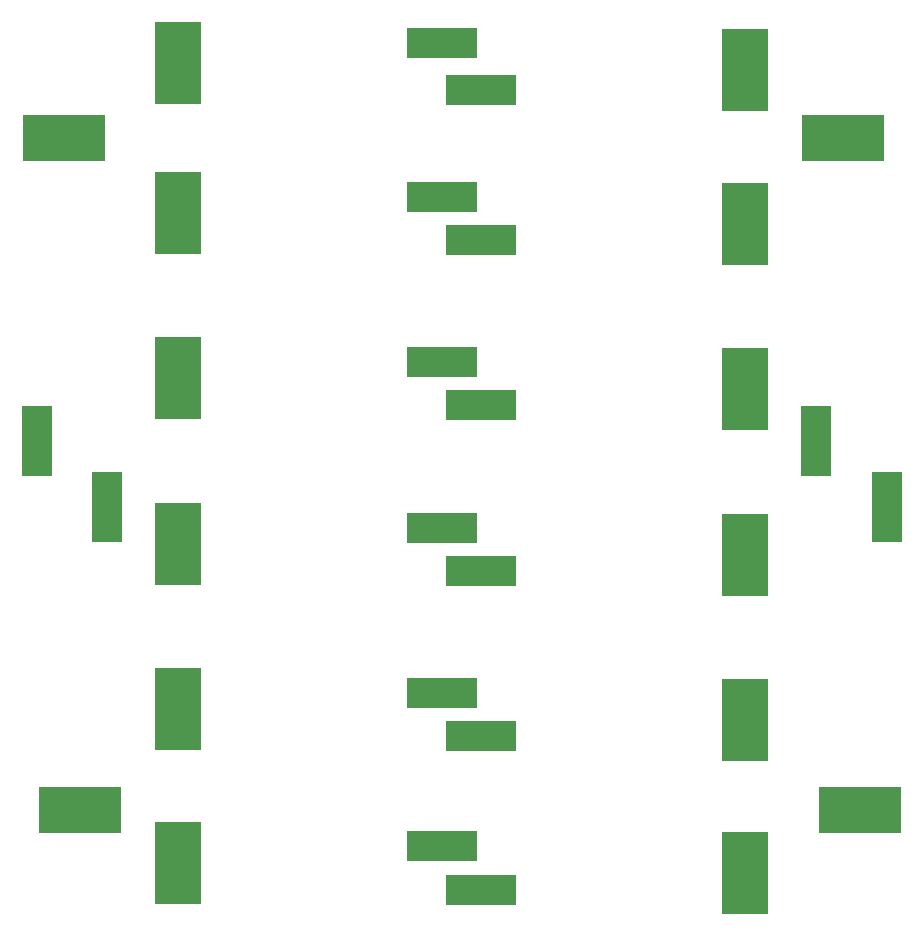
<source format=gtp>
%FSLAX44Y44*%
%MOMM*%
G71*
G01*
G75*
G04 Layer_Color=8421504*
%ADD10R,2.5000X6.0000*%
%ADD11R,6.9850X4.0000*%
%ADD12R,6.0000X2.5000*%
%ADD13R,4.0000X6.9850*%
%ADD14C,1.0000*%
%ADD15C,0.2540*%
%ADD16C,4.0000*%
%ADD17C,1.2700*%
%ADD18R,1.2192X0.8128*%
%ADD19R,1.0200X3.8000*%
%ADD20R,0.3556X0.7620*%
%ADD21R,0.7620X0.3556*%
%ADD22R,2.7940X2.7940*%
D10*
X169760Y441780D02*
D03*
X110240Y498220D02*
D03*
X829760Y441780D02*
D03*
X770240Y498220D02*
D03*
D11*
X146900Y185240D02*
D03*
X133100Y754760D02*
D03*
X806900Y185240D02*
D03*
X793100Y754760D02*
D03*
D12*
X486780Y795240D02*
D03*
Y668240D02*
D03*
Y528240D02*
D03*
Y388240D02*
D03*
Y248240D02*
D03*
Y118240D02*
D03*
X453220Y154760D02*
D03*
Y284760D02*
D03*
Y424760D02*
D03*
Y564760D02*
D03*
Y704760D02*
D03*
Y834760D02*
D03*
D13*
X230240Y818100D02*
D03*
Y691100D02*
D03*
Y551100D02*
D03*
Y411100D02*
D03*
Y271100D02*
D03*
Y141100D02*
D03*
X709760Y131900D02*
D03*
Y261900D02*
D03*
Y401900D02*
D03*
Y541900D02*
D03*
Y681900D02*
D03*
Y811900D02*
D03*
M02*

</source>
